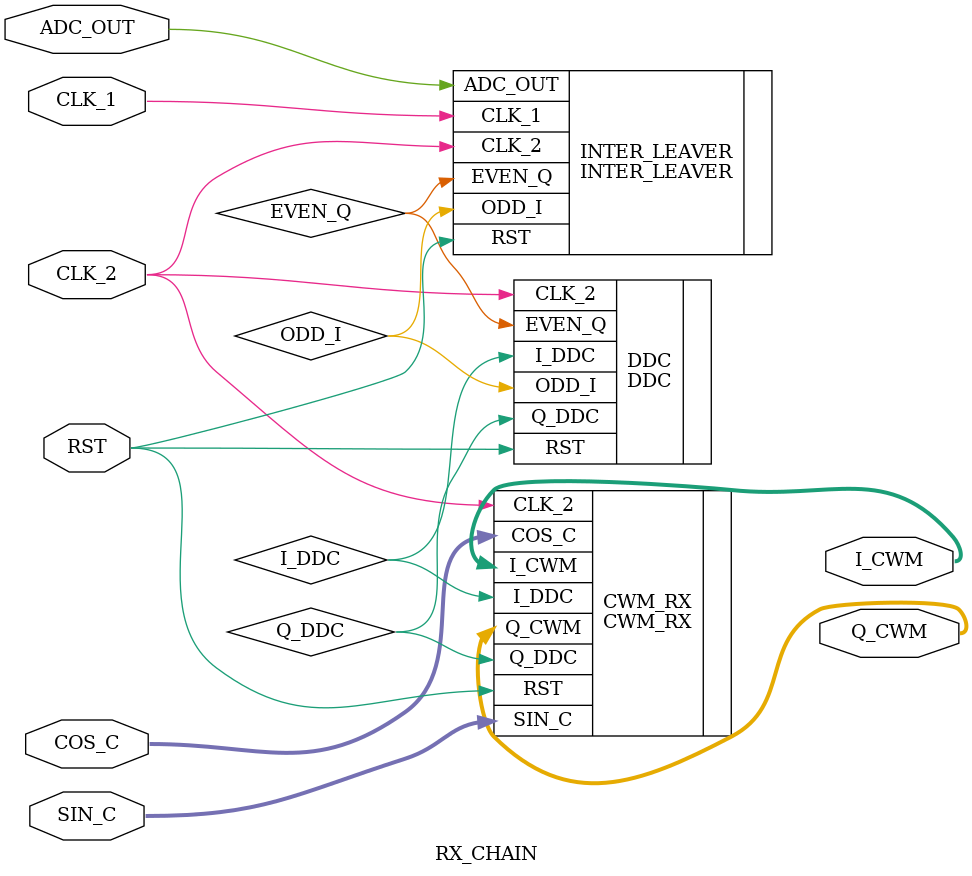
<source format=v>
module RX_CHAIN (
                   input wire                    CLK_1,CLK_2,RST,
                   input wire                    ADC_OUT,
                   input wire  signed  [5:0]     SIN_C,COS_C,
                   output wire signed  [5:0]     I_CWM,Q_CWM
                );
     
                          wire                   ODD_I,EVEN_Q,I_DDC,Q_DDC;
                        
            //// INSTANSTION
              
                ///// IL 

                INTER_LEAVER INTER_LEAVER (
                                                .CLK_1(CLK_1),
                                                .CLK_2(CLK_2),
                                                .RST(RST),
                                                .ADC_OUT(ADC_OUT),
                                                .ODD_I(ODD_I),
                                                .EVEN_Q(EVEN_Q)
                                          );


                /// DDC

                DDC                  DDC (
                                                .CLK_2(CLK_2),
                                                .RST(RST),
                                                .ODD_I(ODD_I),
                                                .EVEN_Q(EVEN_Q),
                                                .I_DDC(I_DDC),
                                                .Q_DDC(Q_DDC)
                                        );


               //// CWM_RX

               CWM_RX         CWM_RX (

                                                .CLK_2(CLK_2),
                                                .RST(RST),
                                                .SIN_C(SIN_C),
                                                .COS_C(COS_C),
                                                .I_DDC(I_DDC),
                                                .Q_DDC(Q_DDC),
                                                .I_CWM(I_CWM),
                                                .Q_CWM(Q_CWM)

                                     );





endmodule

</source>
